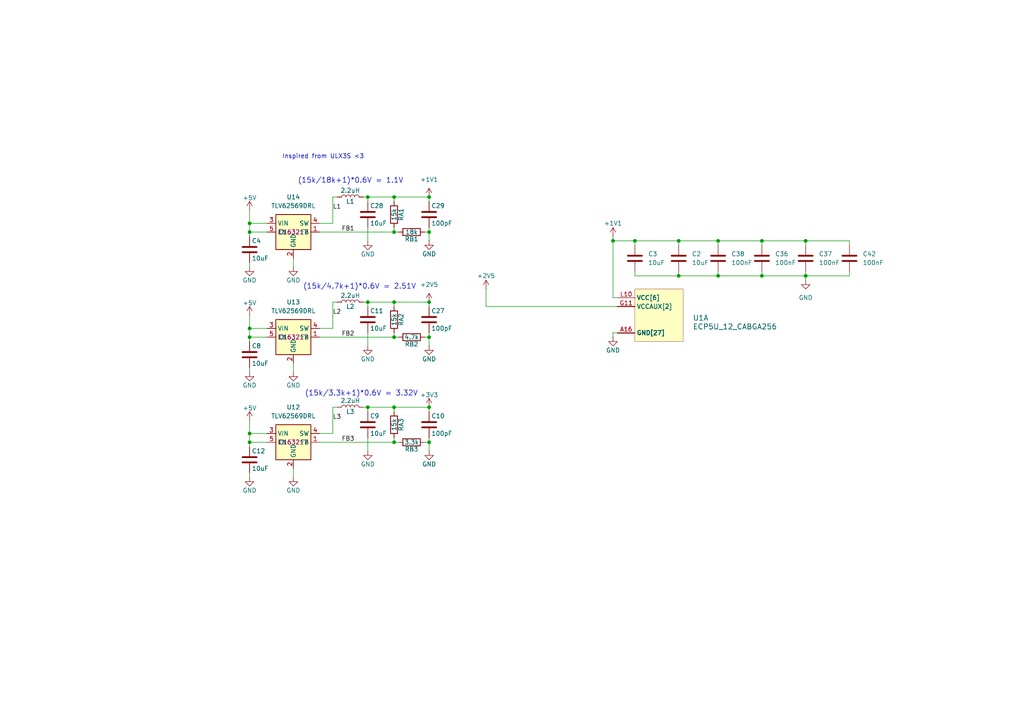
<source format=kicad_sch>
(kicad_sch (version 20250114) (generator "eeschema") (generator_version "9.0")
  (paper "A4")
  (lib_symbols
    (symbol "+1V1_1" (power) (pin_numbers (hide yes)) (pin_names (offset 0) (hide yes))
      (property "Value" "+1V1" (at 0 3.556 0))
      (symbol "+1V1_1_0_1"
        (polyline (pts (xy -0.762 1.27) (xy 0 2.54)))
        (polyline (pts (xy 0 2.54) (xy 0.762 1.27)))
        (polyline (pts (xy 0 0) (xy 0 2.54)))
      )
      (symbol "+1V1_1_1_1"
        (pin power_in line (at 0 0 90) (length 0) (name "~") (number "1"))
      )
    )
    (symbol "+2V5_1" (power) (pin_numbers (hide yes)) (pin_names (offset 0) (hide yes))
      (property "Value" "+2V5" (at 0 3.556 0))
      (symbol "+2V5_1_0_1"
        (polyline (pts (xy -0.762 1.27) (xy 0 2.54)))
        (polyline (pts (xy 0 2.54) (xy 0.762 1.27)))
        (polyline (pts (xy 0 0) (xy 0 2.54)))
      )
      (symbol "+2V5_1_1_1"
        (pin power_in line (at 0 0 90) (length 0) (name "~") (number "1"))
      )
    )
    (symbol "Device:C" (pin_numbers (hide yes)) (pin_names (offset 0.254))
      (property "Reference" "C" (at 0.635 2.54 0))
      (property "Value" "C" (at 0.635 -2.54 0))
      (symbol "C_0_1"
        (polyline (pts (xy -2.032 0.762) (xy 2.032 0.762)) (stroke (width 0.508)))
        (polyline (pts (xy -2.032 -0.762) (xy 2.032 -0.762)) (stroke (width 0.508)))
      )
      (symbol "C_1_1"
        (pin passive line (at 0 3.81 270) (length 2.794) (name "~") (number "1"))
        (pin passive line (at 0 -3.81 90) (length 2.794) (name "~") (number "2"))
      )
    )
    (symbol "Device:L" (pin_numbers (hide yes)) (pin_names (offset 1.016) (hide yes))
      (property "Reference" "L" (at -1.27 0 90))
      (property "Value" "L" (at 1.905 0 90))
      (symbol "L_0_1"
        (arc (start 0 2.54) (mid 0.6323 1.905) (end 0 1.27))
        (arc (start 0 1.27) (mid 0.6323 0.635) (end 0 0))
        (arc (start 0 0) (mid 0.6323 -0.635) (end 0 -1.27))
        (arc (start 0 -1.27) (mid 0.6323 -1.905) (end 0 -2.54))
      )
      (symbol "L_1_1"
        (pin passive line (at 0 3.81 270) (length 1.27) (name "1") (number "1"))
        (pin passive line (at 0 -3.81 90) (length 1.27) (name "2") (number "2"))
      )
    )
    (symbol "Device:R" (pin_numbers (hide yes)) (pin_names (offset 0))
      (property "Reference" "R" (at 2.032 0 90))
      (property "Value" "R" (at 0 0 90))
      (symbol "R_0_1"
        (rectangle (start -1.016 -2.54) (end 1.016 2.54) (stroke (width 0.254)))
      )
      (symbol "R_1_1"
        (pin passive line (at 0 3.81 270) (length 1.27) (name "~") (number "1"))
        (pin passive line (at 0 -3.81 90) (length 1.27) (name "~") (number "2"))
      )
    )
    (symbol "Regulator_Switching:TLV62569DRL"
      (property "Reference" "U" (at -5.08 6.35 0))
      (property "Value" "TLV62569DRL" (at 0 6.35 0))
      (symbol "TLV62569DRL_0_1"
        (rectangle (start -5.08 5.08) (end 5.08 -5.08) (stroke (width 0.254)) (fill (type background)))
      )
      (symbol "TLV62569DRL_1_1"
        (pin power_in line (at -7.62 2.54 0) (length 2.54) (name "VIN") (number "3"))
        (pin input line (at -7.62 0 0) (length 2.54) (name "EN") (number "5"))
        (pin power_in line (at 0 -7.62 90) (length 2.54) (name "GND") (number "2"))
        (pin no_connect line (at 5.08 -2.54 180) (length 2.54) (hide yes) (name "NC") (number "6"))
        (pin power_out line (at 7.62 2.54 180) (length 2.54) (name "SW") (number "4"))
        (pin input line (at 7.62 0 180) (length 2.54) (name "FB") (number "1"))
      )
    )
    (symbol "josh-ic:ECP5U_12_CABGA256"
      (property "Reference" "U1" (at 22.86 -2.5399 0))
      (property "Value" "ECP5U_12_CABGA256" (at 22.86 -5.0799 0))
      (symbol "ECP5U_12_CABGA256_1_1"
        (rectangle (start -7.62 7.62) (end 6.35 -7.62) (stroke (width 0.001)) (fill (type background)))
        (pin power_in line (at -12.7 5.08 0) (length 5.08) (name "VCC[6]") (number "G6"))
        (pin power_in line (at -12.7 5.08 0) (length 5.08) (name "VCC[6]") (number "G7"))
        (pin power_in line (at -12.7 5.08 0) (length 5.08) (name "VCC[6]") (number "G9"))
        (pin power_in line (at -12.7 5.08 0) (length 5.08) (name "VCC[6]") (number "L10"))
        (pin power_in line (at -12.7 5.08 0) (length 5.08) (name "VCC[6]") (number "L8"))
        (pin power_in line (at -12.7 5.08 0) (length 5.08) (name "VCC[6]") (number "L9"))
        (pin power_in line (at -12.7 2.54 0) (length 5.08) (name "VCCAUX[2]") (number "G11"))
        (pin power_in line (at -12.7 2.54 0) (length 5.08) (name "VCCAUX[2]") (number "L7"))
        (pin power_in line (at -12.7 -5.08 0) (length 5.08) (name "GND[27]") (number "A1"))
        (pin power_in line (at -12.7 -5.08 0) (length 5.08) (name "GND[27]") (number "A16"))
        (pin power_in line (at -12.7 -5.08 0) (length 5.08) (name "GND[27]") (number "D15"))
        (pin power_in line (at -12.7 -5.08 0) (length 5.08) (name "GND[27]") (number "D2"))
        (pin power_in line (at -12.7 -5.08 0) (length 5.08) (name "GND[27]") (number "F8"))
        (pin power_in line (at -12.7 -5.08 0) (length 5.08) (name "GND[27]") (number "F9"))
        (pin power_in line (at -12.7 -5.08 0) (length 5.08) (name "GND[27]") (number "G10"))
        (pin power_in line (at -12.7 -5.08 0) (length 5.08) (name "GND[27]") (number "G8"))
        (pin power_in line (at -12.7 -5.08 0) (length 5.08) (name "GND[27]") (number "H1"))
        (pin power_in line (at -12.7 -5.08 0) (length 5.08) (name "GND[27]") (number "H10"))
        (pin power_in line (at -12.7 -5.08 0) (length 5.08) (name "GND[27]") (number "H16"))
        (pin power_in line (at -12.7 -5.08 0) (length 5.08) (name "GND[27]") (number "H8"))
        (pin power_in line (at -12.7 -5.08 0) (length 5.08) (name "GND[27]") (number "H9"))
        (pin power_in line (at -12.7 -5.08 0) (length 5.08) (name "GND[27]") (number "J10"))
        (pin power_in line (at -12.7 -5.08 0) (length 5.08) (name "GND[27]") (number "J8"))
        (pin power_in line (at -12.7 -5.08 0) (length 5.08) (name "GND[27]") (number "J9"))
        (pin power_in line (at -12.7 -5.08 0) (length 5.08) (name "GND[27]") (number "K10"))
        (pin power_in line (at -12.7 -5.08 0) (length 5.08) (name "GND[27]") (number "K6"))
        (pin power_in line (at -12.7 -5.08 0) (length 5.08) (name "GND[27]") (number "K7"))
        (pin power_in line (at -12.7 -5.08 0) (length 5.08) (name "GND[27]") (number "K8"))
        (pin power_in line (at -12.7 -5.08 0) (length 5.08) (name "GND[27]") (number "K9"))
        (pin power_in line (at -12.7 -5.08 0) (length 5.08) (name "GND[27]") (number "N15"))
        (pin power_in line (at -12.7 -5.08 0) (length 5.08) (name "GND[27]") (number "N2"))
        (pin power_in line (at -12.7 -5.08 0) (length 5.08) (name "GND[27]") (number "T1"))
        (pin power_in line (at -12.7 -5.08 0) (length 5.08) (name "GND[27]") (number "T12"))
        (pin power_in line (at -12.7 -5.08 0) (length 5.08) (name "GND[27]") (number "T16"))
        (pin power_in line (at -12.7 -5.08 0) (length 5.08) (name "GND[27]") (number "T5"))
      )
      (symbol "ECP5U_12_CABGA256_2_1"
        (rectangle (start -16.51 40.64) (end 8.89 -27.94) (stroke (width 0.305)) (fill (type background)))
        (pin power_in line (at -21.59 38.1 0) (length 5.08) (name "VCCIO0[2]") (number "F6"))
        (pin power_in line (at -21.59 38.1 0) (length 5.08) (name "VCCIO0[2]") (number "F7"))
        (pin bidirectional line (at -21.59 33.02 0) (length 5.08) (name "PT4A/+") (number "A2"))
        (pin bidirectional line (at -21.59 30.48 0) (length 5.08) (name "PT4B/-") (number "B3"))
        (pin bidirectional line (at -21.59 27.94 0) (length 5.08) (name "PT6A/+") (number "A3"))
        (pin bidirectional line (at -21.59 25.4 0) (length 5.08) (name "PT6B/-") (number "A4"))
        (pin bidirectional line (at -21.59 22.86 0) (length 5.08) (name "PT9A/+") (number "E4"))
        (pin bidirectional line (at -21.59 20.32 0) (length 5.08) (name "PT9B/-") (number "D4"))
        (pin bidirectional line (at -21.59 17.78 0) (length 5.08) (name "PT11A/+") (number "C4"))
        (pin bidirectional line (at -21.59 15.24 0) (length 5.08) (name "PT11B/-") (number "B4"))
        (pin bidirectional line (at -21.59 12.7 0) (length 5.08) (name "PT13A/+") (number "E5"))
        (pin bidirectional line (at -21.59 10.16 0) (length 5.08) (name "PT13B/-") (number "D5"))
        (pin bidirectional line (at -21.59 7.62 0) (length 5.08) (name "PT15A/+") (number "C5"))
        (pin bidirectional line (at -21.59 5.08 0) (length 5.08) (name "PT15B/-") (number "B5"))
        (pin bidirectional line (at -21.59 2.54 0) (length 5.08) (name "PT18A/+") (number "A5"))
        (pin bidirectional line (at -21.59 0 0) (length 5.08) (name "PT18B/-") (number "A6"))
        (pin bidirectional line (at -21.59 -2.54 0) (length 5.08) (name "PT20A/+") (number "E6"))
        (pin bidirectional line (at -21.59 -5.08 0) (length 5.08) (name "PT20B/-") (number "D6"))
        (pin bidirectional line (at -21.59 -7.62 0) (length 5.08) (name "PT22A/+") (number "C6"))
        (pin bidirectional line (at -21.59 -10.16 0) (length 5.08) (name "PT22B/-") (number "B6"))
        (pin bidirectional line (at -21.59 -12.7 0) (length 5.08) (name "PT24A/+/GR_PCLK0_1") (number "E7"))
        (pin bidirectional line (at -21.59 -15.24 0) (length 5.08) (name "PT24B/-/GR_PCLK0_0") (number "D7"))
        (pin bidirectional line (at -21.59 -17.78 0) (length 5.08) (name "PT27A/+/PCLKT0_1") (number "C7"))
        (pin bidirectional line (at -21.59 -20.32 0) (length 5.08) (name "PT27B/-/PCLKC0_1") (number "B7"))
        (pin bidirectional line (at -21.59 -22.86 0) (length 5.08) (name "PT29A/+/PCLKT0_0") (number "A7"))
        (pin bidirectional line (at -21.59 -25.4 0) (length 5.08) (name "PT29B/-/PCLKC0_0") (number "A8"))
      )
      (symbol "ECP5U_12_CABGA256_3_1"
        (rectangle (start -16.51 40.64) (end 8.89 -48.26) (stroke (width 0.305)) (fill (type background)))
        (pin power_in line (at -21.59 38.1 0) (length 5.08) (name "VCCIO1[2]") (number "F10"))
        (pin power_in line (at -21.59 38.1 0) (length 5.08) (name "VCCIO1[2]") (number "F11"))
        (pin bidirectional line (at -21.59 33.02 0) (length 5.08) (name "PT33A/+/PCLKT1_1") (number "E8"))
        (pin bidirectional line (at -21.59 30.48 0) (length 5.08) (name "PT33B/-/PCLKC1_1") (number "D8"))
        (pin bidirectional line (at -21.59 27.94 0) (length 5.08) (name "PT35A/+/PCLKT1_0") (number "C8"))
        (pin bidirectional line (at -21.59 25.4 0) (length 5.08) (name "PT35B/-/PCLKC1_0") (number "B8"))
        (pin bidirectional line (at -21.59 22.86 0) (length 5.08) (name "PT38A/+/GR_PCLK1_0") (number "B9"))
        (pin bidirectional line (at -21.59 20.32 0) (length 5.08) (name "PT38B/-/GR_PCLK1_1") (number "C9"))
        (pin bidirectional line (at -21.59 17.78 0) (length 5.08) (name "PT40A/+") (number "D9"))
        (pin bidirectional line (at -21.59 15.24 0) (length 5.08) (name "PT40B/-") (number "E9"))
        (pin bidirectional line (at -21.59 12.7 0) (length 5.08) (name "PT42A/+") (number "A9"))
        (pin bidirectional line (at -21.59 10.16 0) (length 5.08) (name "PT42B/-") (number "A10"))
        (pin bidirectional line (at -21.59 7.62 0) (length 5.08) (name "PT44A/+") (number "B10"))
        (pin bidirectional line (at -21.59 5.08 0) (length 5.08) (name "PT44B/-") (number "C10"))
        (pin bidirectional line (at -21.59 2.54 0) (length 5.08) (name "PT47A/+") (number "D10"))
        (pin bidirectional line (at -21.59 0 0) (length 5.08) (name "PT47B/-") (number "E10"))
        (pin bidirectional line (at -21.59 -2.54 0) (length 5.08) (name "PT49A/+") (number "B11"))
        (pin bidirectional line (at -21.59 -5.08 0) (length 5.08) (name "PT49B/-") (number "C11"))
        (pin bidirectional line (at -21.59 -7.62 0) (length 5.08) (name "PT51A/+") (number "D11"))
        (pin bidirectional line (at -21.59 -10.16 0) (length 5.08) (name "PT51B/-") (number "E11"))
        (pin bidirectional line (at -21.59 -12.7 0) (length 5.08) (name "PT53A/+") (number "A11"))
        (pin bidirectional line (at -21.59 -15.24 0) (length 5.08) (name "PT53B/-") (number "A12"))
        (pin bidirectional line (at -21.59 -17.78 0) (length 5.08) (name "PT56A/+") (number "B12"))
        (pin bidirectional line (at -21.59 -20.32 0) (length 5.08) (name "PT56B/-") (number "C12"))
        (pin bidirectional line (at -21.59 -22.86 0) (length 5.08) (name "PT58A/+") (number "D12"))
        (pin bidirectional line (at -21.59 -25.4 0) (length 5.08) (name "PT58B/-") (number "E12"))
        (pin bidirectional line (at -21.59 -27.94 0) (length 5.08) (name "PT60A/+") (number "B13"))
        (pin bidirectional line (at -21.59 -30.48 0) (length 5.08) (name "PT60B/-") (number "C13"))
        (pin bidirectional line (at -21.59 -33.02 0) (length 5.08) (name "PT62A/+") (number "D13"))
        (pin bidirectional line (at -21.59 -35.56 0) (length 5.08) (name "PT62B/-") (number "E13"))
        (pin bidirectional line (at -21.59 -38.1 0) (length 5.08) (name "PT65A/+") (number "A13"))
        (pin bidirectional line (at -21.59 -40.64 0) (length 5.08) (name "PT65B/-") (number "A14"))
        (pin bidirectional line (at -21.59 -43.18 0) (length 5.08) (name "PT67A/+") (number "B14"))
        (pin bidirectional line (at -21.59 -45.72 0) (length 5.08) (name "PT67B/-") (number "A15"))
      )
      (symbol "ECP5U_12_CABGA256_4_1"
        (rectangle (start -16.51 40.64) (end 21.59 -48.26) (stroke (width 0.305)) (fill (type background)))
        (pin power_in line (at -21.59 38.1 0) (length 5.08) (name "VCCIO2[2]") (number "H11"))
        (pin power_in line (at -21.59 38.1 0) (length 5.08) (name "VCCIO2[2]") (number "J11"))
        (pin bidirectional line (at -21.59 33.02 0) (length 5.08) (name "PR2A/+/HS/RDQ8") (number "B16"))
        (pin bidirectional line (at -21.59 30.48 0) (length 5.08) (name "PR2B/-/S0_IN/HS/RDQ8") (number "B15"))
        (pin bidirectional line (at -21.59 27.94 0) (length 5.08) (name "PR2C/+/RDQ8") (number "C14"))
        (pin bidirectional line (at -21.59 25.4 0) (length 5.08) (name "PR2D/-/RDQ8") (number "D14"))
        (pin bidirectional line (at -21.59 22.86 0) (length 5.08) (name "PR5A/+/HS/RDQ8") (number "C16"))
        (pin bidirectional line (at -21.59 20.32 0) (length 5.08) (name "PR5B/-/HS/RDQ8") (number "C15"))
        (pin bidirectional line (at -21.59 17.78 0) (length 5.08) (name "PR5C/+/RDQ8") (number "E14"))
        (pin bidirectional line (at -21.59 15.24 0) (length 5.08) (name "PR5D/-/RDQ8") (number "F14"))
        (pin bidirectional line (at -21.59 12.7 0) (length 5.08) (name "PR8A/+/HS/RDQS8") (number "D16"))
        (pin bidirectional line (at -21.59 10.16 0) (length 5.08) (name "PR8B/-/HS/RDQSN8") (number "E15"))
        (pin bidirectional line (at -21.59 7.62 0) (length 5.08) (name "PR8C/+/RDQ8") (number "F13"))
        (pin bidirectional line (at -21.59 5.08 0) (length 5.08) (name "PR8D/-/RDQ8") (number "F12"))
        (pin bidirectional line (at -21.59 2.54 0) (length 5.08) (name "PR11A/+/HS/RDQ8") (number "G12"))
        (pin bidirectional line (at -21.59 0 0) (length 5.08) (name "PR11B/-/HS/RDQ8") (number "G13"))
        (pin bidirectional line (at -21.59 -2.54 0) (length 5.08) (name "PR11C/+/RDQ8") (number "F15"))
        (pin bidirectional line (at -21.59 -5.08 0) (length 5.08) (name "PR11D/-/RDQ8") (number "E16"))
        (pin bidirectional line (at -21.59 -7.62 0) (length 5.08) (name "PR14A/+/HS/RDQ20") (number "F16"))
        (pin bidirectional line (at -21.59 -10.16 0) (length 5.08) (name "PR14B/-/HS/RDQ20") (number "G15"))
        (pin bidirectional line (at -21.59 -12.7 0) (length 5.08) (name "PR14C/+/VREF1_2/RDQ20") (number "G14"))
        (pin bidirectional line (at -21.59 -15.24 0) (length 5.08) (name "PR14D/-/RDQ20") (number "H14"))
        (pin bidirectional line (at -21.59 -17.78 0) (length 5.08) (name "PR17A/+/HS/RDQ20") (number "H12"))
        (pin bidirectional line (at -21.59 -20.32 0) (length 5.08) (name "PR17B/-/HS/RDQ20") (number "H13"))
        (pin bidirectional line (at -21.59 -22.86 0) (length 5.08) (name "PR17C/+/RDQ20") (number "J13"))
        (pin bidirectional line (at -21.59 -25.4 0) (length 5.08) (name "PR17D/-/RDQ20") (number "J12"))
        (pin bidirectional line (at -21.59 -27.94 0) (length 5.08) (name "PR20A/+/GR_PCLK2_1/HS/RDQS20") (number "G16"))
        (pin bidirectional line (at -21.59 -30.48 0) (length 5.08) (name "PR20B/-/HS/RDQSN20") (number "H15"))
        (pin bidirectional line (at -21.59 -33.02 0) (length 5.08) (name "PR20C/+/GR_PCLK2_0/RDQ20") (number "J14"))
        (pin bidirectional line (at -21.59 -35.56 0) (length 5.08) (name "PR20D/-/RDQ20") (number "K14"))
        (pin bidirectional line (at -21.59 -38.1 0) (length 5.08) (name "PR23A/+/PCLKT2_1/HS/RDQ20") (number "J16"))
        (pin bidirectional line (at -21.59 -40.64 0) (length 5.08) (name "PR23B/-/PCLKC2_1/HS/RDQ20") (number "J15"))
        (pin bidirectional line (at -21.59 -43.18 0) (length 5.08) (name "PR23C/+/PCLKT2_0/RDQ20") (number "K16"))
        (pin bidirectional line (at -21.59 -45.72 0) (length 5.08) (name "PR23D/-/PCLKC2_0/RDQ20") (number "K15"))
      )
      (symbol "ECP5U_12_CABGA256_5_1"
        (rectangle (start -16.51 40.64) (end 19.05 -48.26) (stroke (width 0.305)) (fill (type background)))
        (pin power_in line (at -21.59 38.1 0) (length 5.08) (name "VCCIO3[2]") (number "K11"))
        (pin power_in line (at -21.59 38.1 0) (length 5.08) (name "VCCIO3[2]") (number "L11"))
        (pin bidirectional line (at -21.59 33.02 0) (length 5.08) (name "PR26A/+/PCLKT3_1/HS/RDQ32") (number "L16"))
        (pin bidirectional line (at -21.59 30.48 0) (length 5.08) (name "PR26B/-/PCLKC3_1/HS/RDQ32") (number "L15"))
        (pin bidirectional line (at -21.59 27.94 0) (length 5.08) (name "PR26C/+/PCLKT3_0/RDQ32") (number "M16"))
        (pin bidirectional line (at -21.59 25.4 0) (length 5.08) (name "PR26D/-/PCLKC3_0/RDQ32") (number "M15"))
        (pin bidirectional line (at -21.59 22.86 0) (length 5.08) (name "PR29A/+/GR_PCLK3_0/HS/RDQ32") (number "K13"))
        (pin bidirectional line (at -21.59 20.32 0) (length 5.08) (name "PR29B/-/HS/RDQ32") (number "K12"))
        (pin bidirectional line (at -21.59 17.78 0) (length 5.08) (name "PR29C/+/GR_PCLK3_1/RDQ32") (number "L13"))
        (pin bidirectional line (at -21.59 15.24 0) (length 5.08) (name "PR29D/-/RDQ32") (number "L12"))
        (pin bidirectional line (at -21.59 12.7 0) (length 5.08) (name "PR32A/+/HS/RDQS32") (number "N16"))
        (pin bidirectional line (at -21.59 10.16 0) (length 5.08) (name "PR32B/-/HS/RDQSN32") (number "P15"))
        (pin bidirectional line (at -21.59 7.62 0) (length 5.08) (name "PR32C/+/RDQ32") (number "L14"))
        (pin bidirectional line (at -21.59 5.08 0) (length 5.08) (name "PR32D/-/RDQ32") (number "M14"))
        (pin bidirectional line (at -21.59 2.54 0) (length 5.08) (name "PR35A/+/HS/RDQ32") (number "P16"))
        (pin bidirectional line (at -21.59 0 0) (length 5.08) (name "PR35B/-/VREF1_3/HS/RDQ32") (number "R16"))
        (pin bidirectional line (at -21.59 -2.54 0) (length 5.08) (name "PR35C/+/RDQ32") (number "M13"))
        (pin bidirectional line (at -21.59 -5.08 0) (length 5.08) (name "PR35D/-/RDQ32") (number "N14"))
        (pin bidirectional line (at -21.59 -7.62 0) (length 5.08) (name "PR38A/+/HS/RDQ44") (number "N13"))
        (pin bidirectional line (at -21.59 -10.16 0) (length 5.08) (name "PR38B/-/HS/RDQ44") (number "P14"))
        (pin bidirectional line (at -21.59 -12.7 0) (length 5.08) (name "PR38C/+/RDQ44") (number "R15"))
        (pin bidirectional line (at -21.59 -15.24 0) (length 5.08) (name "PR38D/-/RDQ44") (number "T15"))
        (pin bidirectional line (at -21.59 -17.78 0) (length 5.08) (name "PR41A/+/HS/RDQ44") (number "P13"))
        (pin bidirectional line (at -21.59 -20.32 0) (length 5.08) (name "PR41B/-/HS/RDQ44") (number "R14"))
        (pin bidirectional line (at -21.59 -22.86 0) (length 5.08) (name "PR41C/+/RDQ44") (number "R13"))
        (pin bidirectional line (at -21.59 -25.4 0) (length 5.08) (name "PR41D/-/RDQ44") (number "T14"))
        (pin bidirectional line (at -21.59 -27.94 0) (length 5.08) (name "PR44A/+/HS/RDQS44") (number "R12"))
        (pin bidirectional line (at -21.59 -30.48 0) (length 5.08) (name "PR44B/-/HS/RDQSN44") (number "T13"))
        (pin bidirectional line (at -21.59 -33.02 0) (length 5.08) (name "PR44C/+/RDQ44") (number "M12"))
        (pin bidirectional line (at -21.59 -35.56 0) (length 5.08) (name "PR44D/-/RDQ44") (number "N12"))
        (pin bidirectional line (at -21.59 -38.1 0) (length 5.08) (name "PR47A/+/HS/RDQ44") (number "M11"))
        (pin bidirectional line (at -21.59 -40.64 0) (length 5.08) (name "PR47B/-/HS/RDQ44") (number "N11"))
        (pin bidirectional line (at -21.59 -43.18 0) (length 5.08) (name "PR47C/+/LRC_GPLL0T_IN/RDQ44") (number "P11"))
        (pin bidirectional line (at -21.59 -45.72 0) (length 5.08) (name "PR47D/-/LRC_GPLL0C_IN/RDQ44") (number "P12"))
      )
      (symbol "ECP5U_12_CABGA256_6_1"
        (rectangle (start -16.51 40.64) (end 19.05 -48.26) (stroke (width 0.305)) (fill (type background)))
        (pin power_in line (at -21.59 38.1 0) (length 5.08) (name "VCCIO6[2]") (number "J6"))
        (pin power_in line (at -21.59 38.1 0) (length 5.08) (name "VCCIO6[2]") (number "J7"))
        (pin bidirectional line (at -21.59 33.02 0) (length 5.08) (name "PL26A/+/PCLKT6_1/HS/LDQ32") (number "L1"))
        (pin bidirectional line (at -21.59 30.48 0) (length 5.08) (name "PL26B/-/PCLKC6_1/HS/LDQ32") (number "L2"))
        (pin bidirectional line (at -21.59 27.94 0) (length 5.08) (name "PL26C/+/PCLKT6_0/LDQ32") (number "M1"))
        (pin bidirectional line (at -21.59 25.4 0) (length 5.08) (name "PL26D/-/PCLKC6_0/LDQ32") (number "M2"))
        (pin bidirectional line (at -21.59 22.86 0) (length 5.08) (name "PL29A/+/GR_PCLK6_0/HS/LDQ32") (number "K4"))
        (pin bidirectional line (at -21.59 20.32 0) (length 5.08) (name "PL29B/-/HS/LDQ32") (number "K5"))
        (pin bidirectional line (at -21.59 17.78 0) (length 5.08) (name "PL29C/+/GR_PCLK6_1/LDQ32") (number "L4"))
        (pin bidirectional line (at -21.59 15.24 0) (length 5.08) (name "PL29D/-/LDQ32") (number "L5"))
        (pin bidirectional line (at -21.59 12.7 0) (length 5.08) (name "PL32A/+/HS/LDQS32") (number "N1"))
        (pin bidirectional line (at -21.59 10.16 0) (length 5.08) (name "PL32B/-/HS/LDQSN32") (number "P2"))
        (pin bidirectional line (at -21.59 7.62 0) (length 5.08) (name "PL32C/+/LDQ32") (number "L3"))
        (pin bidirectional line (at -21.59 5.08 0) (length 5.08) (name "PL32D/-/LDQ32") (number "M3"))
        (pin bidirectional line (at -21.59 2.54 0) (length 5.08) (name "PL35A/+/HS/LDQ32") (number "P1"))
        (pin bidirectional line (at -21.59 0 0) (length 5.08) (name "PL35B/-/VREF1_6/HS/LDQ32") (number "R1"))
        (pin bidirectional line (at -21.59 -2.54 0) (length 5.08) (name "PL35C/+/LDQ32") (number "M4"))
        (pin bidirectional line (at -21.59 -5.08 0) (length 5.08) (name "PL35D/-/LDQ32") (number "N3"))
        (pin bidirectional line (at -21.59 -7.62 0) (length 5.08) (name "PL38A/+/HS/LDQ44") (number "N4"))
        (pin bidirectional line (at -21.59 -10.16 0) (length 5.08) (name "PL38B/-/HS/LDQ44") (number "P3"))
        (pin bidirectional line (at -21.59 -12.7 0) (length 5.08) (name "PL38C/+/LDQ44") (number "R2"))
        (pin bidirectional line (at -21.59 -15.24 0) (length 5.08) (name "PL38D/-/LDQ44") (number "T2"))
        (pin bidirectional line (at -21.59 -17.78 0) (length 5.08) (name "PL41A/+/HS/LDQ44") (number "P4"))
        (pin bidirectional line (at -21.59 -20.32 0) (length 5.08) (name "PL41B/-/HS/LDQ44") (number "R3"))
        (pin bidirectional line (at -21.59 -22.86 0) (length 5.08) (name "PL41C/+/LDQ44") (number "R4"))
        (pin bidirectional line (at -21.59 -25.4 0) (length 5.08) (name "PL41D/-/LDQ44") (number "T3"))
        (pin bidirectional line (at -21.59 -27.94 0) (length 5.08) (name "PL44A/+/HS/LDQS44") (number "R5"))
        (pin bidirectional line (at -21.59 -30.48 0) (length 5.08) (name "PL44B/-/HS/LDQSN44") (number "T4"))
        (pin bidirectional line (at -21.59 -33.02 0) (length 5.08) (name "PL44C/+/LDQ44") (number "M5"))
        (pin bidirectional line (at -21.59 -35.56 0) (length 5.08) (name "PL44D/-/LDQ44") (number "N5"))
        (pin bidirectional line (at -21.59 -38.1 0) (length 5.08) (name "PL47A/+/HS/LDQ44") (number "M6"))
        (pin bidirectional line (at -21.59 -40.64 0) (length 5.08) (name "PL47B/-/HS/LDQ44") (number "N6"))
        (pin bidirectional line (at -21.59 -43.18 0) (length 5.08) (name "PL47C/+/LLC_GPLL0T_IN/LDQ44") (number "P6"))
        (pin bidirectional line (at -21.59 -45.72 0) (length 5.08) (name "PL47D/-/LLC_GPLL0C_IN/LDQ44") (number "P5"))
      )
      (symbol "ECP5U_12_CABGA256_7_1"
        (rectangle (start -16.51 40.64) (end 20.32 -46.99) (stroke (width 0.305)) (fill (type background)))
        (pin power_in line (at -21.59 38.1 0) (length 5.08) (name "VCCIO7[2]") (number "H6"))
        (pin power_in line (at -21.59 38.1 0) (length 5.08) (name "VCCIO7[2]") (number "H7"))
        (pin bidirectional line (at -21.59 34.29 0) (length 5.08) (name "PL2A/+/HS/LDQ8") (number "B1"))
        (pin bidirectional line (at -21.59 31.75 0) (length 5.08) (name "PL2B/-/HS/LDQ8") (number "B2"))
        (pin bidirectional line (at -21.59 29.21 0) (length 5.08) (name "PL2C/+/LDQ8") (number "C3"))
        (pin bidirectional line (at -21.59 26.67 0) (length 5.08) (name "PL2D/-/LDQ8") (number "D3"))
        (pin bidirectional line (at -21.59 24.13 0) (length 5.08) (name "PL5A/+/HS/LDQ8") (number "C1"))
        (pin bidirectional line (at -21.59 21.59 0) (length 5.08) (name "PL5B/-/HS/LDQ8") (number "C2"))
        (pin bidirectional line (at -21.59 19.05 0) (length 5.08) (name "PL5C/+/LDQ8") (number "E3"))
        (pin bidirectional line (at -21.59 16.51 0) (length 5.08) (name "PL5D/-/LDQ8") (number "F3"))
        (pin bidirectional line (at -21.59 13.97 0) (length 5.08) (name "PL8A/+/HS/LDQS8") (number "D1"))
        (pin bidirectional line (at -21.59 11.43 0) (length 5.08) (name "PL8B/-/HS/LDQSN8") (number "E2"))
        (pin bidirectional line (at -21.59 8.89 0) (length 5.08) (name "PL8C/+/LDQ8") (number "F4"))
        (pin bidirectional line (at -21.59 6.35 0) (length 5.08) (name "PL8D/-/LDQ8") (number "F5"))
        (pin bidirectional line (at -21.59 3.81 0) (length 5.08) (name "PL11A/+/HS/LDQ8") (number "G5"))
        (pin bidirectional line (at -21.59 1.27 0) (length 5.08) (name "PL11B/-/HS/LDQ8") (number "G4"))
        (pin bidirectional line (at -21.59 -1.27 0) (length 5.08) (name "PL11C/+/LDQ8") (number "F2"))
        (pin bidirectional line (at -21.59 -3.81 0) (length 5.08) (name "PL11D/-/LDQ8") (number "E1"))
        (pin bidirectional line (at -21.59 -6.35 0) (length 5.08) (name "PL14A/+/HS/LDQ20") (number "F1"))
        (pin bidirectional line (at -21.59 -8.89 0) (length 5.08) (name "PL14B/-/HS/LDQ20") (number "G2"))
        (pin bidirectional line (at -21.59 -11.43 0) (length 5.08) (name "PL14C/+/VREF1_7/LDQ20") (number "G3"))
        (pin bidirectional line (at -21.59 -13.97 0) (length 5.08) (name "PL14D/-/LDQ20") (number "H3"))
        (pin bidirectional line (at -21.59 -16.51 0) (length 5.08) (name "PL17A/+/HS/LDQ20") (number "H5"))
        (pin bidirectional line (at -21.59 -19.05 0) (length 5.08) (name "PL17B/-/HS/LDQ20") (number "H4"))
        (pin bidirectional line (at -21.59 -21.59 0) (length 5.08) (name "PL17C/+/LDQ20") (number "J4"))
        (pin bidirectional line (at -21.59 -24.13 0) (length 5.08) (name "PL17D/-/LDQ20") (number "J5"))
        (pin bidirectional line (at -21.59 -26.67 0) (length 5.08) (name "PL20A/+/GR_PCLK7_1/HS/LDQS20") (number "G1"))
        (pin bidirectional line (at -21.59 -29.21 0) (length 5.08) (name "PL20B/-/HS/LDQSN20") (number "H2"))
        (pin bidirectional line (at -21.59 -31.75 0) (length 5.08) (name "PL20C/+/GR_PCLK7_0/LDQ20") (number "J3"))
        (pin bidirectional line (at -21.59 -34.29 0) (length 5.08) (name "PL20D/-/LDQ20") (number "K3"))
        (pin bidirectional line (at -21.59 -36.83 0) (length 5.08) (name "PL23A/+/PCLKT7_1/HS/LDQ20") (number "J1"))
        (pin bidirectional line (at -21.59 -39.37 0) (length 5.08) (name "PL23B/-/PCLKC7_1/HS/LDQ20") (number "J2"))
        (pin bidirectional line (at -21.59 -41.91 0) (length 5.08) (name "PL23C/+/PCLKT7_0/LDQ20") (number "K1"))
        (pin bidirectional line (at -21.59 -44.45 0) (length 5.08) (name "PL23D/-/PCLKC7_0/LDQ20") (number "K2"))
      )
      (symbol "ECP5U_12_CABGA256_8_1"
        (rectangle (start -16.51 40.64) (end 25.4 -17.78) (stroke (width 0.305)) (fill (type background)))
        (pin power_in line (at -21.59 38.1 0) (length 5.08) (name "VCCIO8") (number "L6"))
        (pin bidirectional line (at -21.59 33.02 0) (length 5.08) (name "CCLK/MCLK/SCK") (number "N9"))
        (pin bidirectional line (at -21.59 30.48 0) (length 5.08) (name "CFG_0") (number "N10"))
        (pin bidirectional line (at -21.59 27.94 0) (length 5.08) (name "CFG_1") (number "P10"))
        (pin bidirectional line (at -21.59 25.4 0) (length 5.08) (name "CFG_2") (number "R10"))
        (pin bidirectional line (at -21.59 22.86 0) (length 5.08) (name "DONE") (number "P9"))
        (pin bidirectional line (at -21.59 20.32 0) (length 5.08) (name "INITN") (number "T9"))
        (pin bidirectional line (at -21.59 17.78 0) (length 5.08) (name "PB4A/+/D7/IO7") (number "T6"))
        (pin bidirectional line (at -21.59 15.24 0) (length 5.08) (name "PB4B/-/D6/IO6") (number "R6"))
        (pin bidirectional line (at -21.59 12.7 0) (length 5.08) (name "PB6A/+/D5/MISO2/IO5") (number "R7"))
        (pin bidirectional line (at -21.59 10.16 0) (length 5.08) (name "PB6B/-/D4/MOSI2/IO4") (number "P7"))
        (pin bidirectional line (at -21.59 7.62 0) (length 5.08) (name "PB9A/+/D3/IO3") (number "N7"))
        (pin bidirectional line (at -21.59 5.08 0) (length 5.08) (name "PB9B/-/D2/IO2") (number "M7"))
        (pin bidirectional line (at -21.59 2.54 0) (length 5.08) (name "PB11A/+/D1/MISO/IO1") (number "T7"))
        (pin bidirectional line (at -21.59 0 0) (length 5.08) (name "PB11B/-/D0/MOSI/IO0") (number "T8"))
        (pin bidirectional line (at -21.59 -2.54 0) (length 5.08) (name "PB13A/+/SN/CSN") (number "R8"))
        (pin bidirectional line (at -21.59 -5.08 0) (length 5.08) (name "PB13B/-/CS1N") (number "P8"))
        (pin bidirectional line (at -21.59 -7.62 0) (length 5.08) (name "PB15A/+/HOLDN/DI/BUSY/CSSPIN/CEN") (number "N8"))
        (pin bidirectional line (at -21.59 -10.16 0) (length 5.08) (name "PB15B/-/DOUT/CSON") (number "M8"))
        (pin bidirectional line (at -21.59 -12.7 0) (length 5.08) (name "PB18A/WRITEN") (number "M9"))
        (pin bidirectional line (at -21.59 -15.24 0) (length 5.08) (name "PROGRAMN") (number "R9"))
      )
      (symbol "ECP5U_12_CABGA256_9_1"
        (rectangle (start -2.54 6.35) (end 5.08 -6.35) (stroke (width 0.305)) (fill (type background)))
        (pin bidirectional line (at -7.62 3.81 0) (length 5.08) (name "TCK") (number "T10"))
        (pin bidirectional line (at -7.62 1.27 0) (length 5.08) (name "TDI") (number "R11"))
        (pin bidirectional line (at -7.62 -1.27 0) (length 5.08) (name "TDO") (number "M10"))
        (pin bidirectional line (at -7.62 -3.81 0) (length 5.08) (name "TMS") (number "T11"))
      )
    )
    (symbol "power:+1V1" (power) (pin_names (offset 0))
      (property "Value" "+1V1" (at 0 3.556 0))
      (symbol "+1V1_0_1"
        (polyline (pts (xy -0.762 1.27) (xy 0 2.54)))
        (polyline (pts (xy 0 2.54) (xy 0.762 1.27)))
        (polyline (pts (xy 0 0) (xy 0 2.54)))
      )
      (symbol "+1V1_1_1"
        (pin power_in line (at 0 0 90) (length 0) (hide yes) (name "+1V1") (number "1"))
      )
    )
    (symbol "power:+2V5" (power) (pin_names (offset 0))
      (property "Value" "+2V5" (at 0 3.556 0))
      (symbol "+2V5_0_1"
        (polyline (pts (xy -0.762 1.27) (xy 0 2.54)))
        (polyline (pts (xy 0 2.54) (xy 0.762 1.27)))
        (polyline (pts (xy 0 0) (xy 0 2.54)))
      )
      (symbol "+2V5_1_1"
        (pin power_in line (at 0 0 90) (length 0) (hide yes) (name "+2V5") (number "1"))
      )
    )
    (symbol "power:+3V3" (power) (pin_numbers (hide yes)) (pin_names (offset 0) (hide yes))
      (property "Value" "+3V3" (at 0 3.556 0))
      (symbol "+3V3_0_1"
        (polyline (pts (xy -0.762 1.27) (xy 0 2.54)))
        (polyline (pts (xy 0 2.54) (xy 0.762 1.27)))
        (polyline (pts (xy 0 0) (xy 0 2.54)))
      )
      (symbol "+3V3_1_1"
        (pin power_in line (at 0 0 90) (length 0) (name "~") (number "1"))
      )
    )
    (symbol "power:+5V" (power) (pin_numbers (hide yes)) (pin_names (offset 0) (hide yes))
      (property "Value" "+5V" (at 0 3.556 0))
      (symbol "+5V_0_1"
        (polyline (pts (xy -0.762 1.27) (xy 0 2.54)))
        (polyline (pts (xy 0 2.54) (xy 0.762 1.27)))
        (polyline (pts (xy 0 0) (xy 0 2.54)))
      )
      (symbol "+5V_1_1"
        (pin power_in line (at 0 0 90) (length 0) (name "~") (number "1"))
      )
    )
    (symbol "power:GND" (power) (pin_numbers (hide yes)) (pin_names (offset 0) (hide yes))
      (property "Value" "GND" (at 0 -3.81 0))
      (symbol "GND_0_1"
        (polyline (pts (xy 0 0) (xy 0 -1.27) (xy 1.27 -1.27) (xy 0 -2.54) (xy -1.27 -1.27) (xy 0 -1.27)))
      )
      (symbol "GND_1_1"
        (pin power_in line (at 0 0 270) (length 0) (name "~") (number "1"))
      )
    )
  )
  (text "(15k/18k+1)*0.6V = 1.1V\n" (at 86.36 53.34 0) (effects (font (size 1.524 1.524)) (justify left bottom)))
  (text "(15k/4.7k+1)*0.6V = 2.51V\n" (at 87.884 84.074 0) (effects (font (size 1.524 1.524)) (justify left bottom)))
  (text "(15k/3.3k+1)*0.6V = 3.32V\n" (at 88.392 115.062 0) (effects (font (size 1.524 1.524)) (justify left bottom)))
  (text "Inspired from ULX3S <3" (at 93.726 45.466 0) (effects (font (size 1.27 1.27))))
  (junction (at 106.68 87.63))
  (junction (at 208.28 80.01))
  (junction (at 72.39 95.25))
  (junction (at 177.8 69.85))
  (junction (at 114.3 97.79))
  (junction (at 220.98 69.85))
  (junction (at 106.68 118.11))
  (junction (at 233.68 80.01))
  (junction (at 72.39 128.27))
  (junction (at 233.68 69.85))
  (junction (at 72.39 64.77))
  (junction (at 72.39 97.79))
  (junction (at 124.46 128.27))
  (junction (at 208.28 69.85))
  (junction (at 124.46 118.11))
  (junction (at 124.46 97.79))
  (junction (at 196.85 80.01))
  (junction (at 114.3 128.27))
  (junction (at 220.98 80.01))
  (junction (at 124.46 57.15))
  (junction (at 114.3 67.31))
  (junction (at 124.46 67.31))
  (junction (at 114.3 57.15))
  (junction (at 184.15 69.85))
  (junction (at 114.3 118.11))
  (junction (at 72.39 67.31))
  (junction (at 72.39 125.73))
  (junction (at 124.46 87.63))
  (junction (at 196.85 69.85))
  (junction (at 114.3 87.63))
  (junction (at 106.68 57.15))
  (wire (pts (xy 220.98 80.01) (xy 220.98 78.74)))
  (wire (pts (xy 96.52 118.11) (xy 96.52 125.73)))
  (wire (pts (xy 96.52 87.63) (xy 97.79 87.63)))
  (wire (pts (xy 106.68 88.9) (xy 106.68 87.63)))
  (wire (pts (xy 106.68 96.52) (xy 106.68 100.33)))
  (wire (pts (xy 233.68 69.85) (xy 246.38 69.85)))
  (wire (pts (xy 177.8 86.36) (xy 179.07 86.36)))
  (wire (pts (xy 92.71 128.27) (xy 114.3 128.27)))
  (wire (pts (xy 233.68 80.01) (xy 246.38 80.01)))
  (wire (pts (xy 124.46 57.15) (xy 124.46 58.42)))
  (wire (pts (xy 124.46 97.79) (xy 124.46 100.33)))
  (wire (pts (xy 208.28 78.74) (xy 208.28 80.01)))
  (wire (pts (xy 106.68 119.38) (xy 106.68 118.11)))
  (wire (pts (xy 72.39 95.25) (xy 72.39 97.79)))
  (wire (pts (xy 72.39 137.16) (xy 72.39 138.43)))
  (wire (pts (xy 124.46 87.63) (xy 124.46 88.9)))
  (wire (pts (xy 196.85 80.01) (xy 184.15 80.01)))
  (wire (pts (xy 140.97 88.9) (xy 179.07 88.9)))
  (wire (pts (xy 106.68 58.42) (xy 106.68 57.15)))
  (wire (pts (xy 72.39 67.31) (xy 77.47 67.31)))
  (wire (pts (xy 140.97 83.82) (xy 140.97 88.9)))
  (wire (pts (xy 96.52 118.11) (xy 97.79 118.11)))
  (wire (pts (xy 72.39 125.73) (xy 72.39 128.27)))
  (wire (pts (xy 85.09 105.41) (xy 85.09 107.95)))
  (wire (pts (xy 105.41 118.11) (xy 106.68 118.11)))
  (wire (pts (xy 105.41 57.15) (xy 106.68 57.15)))
  (wire (pts (xy 114.3 67.31) (xy 115.57 67.31)))
  (wire (pts (xy 72.39 91.44) (xy 72.39 95.25)))
  (wire (pts (xy 220.98 71.12) (xy 220.98 69.85)))
  (wire (pts (xy 233.68 80.01) (xy 233.68 78.74)))
  (wire (pts (xy 114.3 118.11) (xy 124.46 118.11)))
  (wire (pts (xy 114.3 128.27) (xy 114.3 127)))
  (wire (pts (xy 124.46 118.11) (xy 124.46 119.38)))
  (wire (pts (xy 72.39 67.31) (xy 72.39 68.58)))
  (wire (pts (xy 123.19 67.31) (xy 124.46 67.31)))
  (wire (pts (xy 123.19 97.79) (xy 124.46 97.79)))
  (wire (pts (xy 208.28 69.85) (xy 208.28 71.12)))
  (wire (pts (xy 96.52 57.15) (xy 97.79 57.15)))
  (wire (pts (xy 106.68 118.11) (xy 114.3 118.11)))
  (wire (pts (xy 220.98 80.01) (xy 233.68 80.01)))
  (wire (pts (xy 114.3 97.79) (xy 114.3 96.52)))
  (wire (pts (xy 72.39 97.79) (xy 77.47 97.79)))
  (wire (pts (xy 208.28 80.01) (xy 196.85 80.01)))
  (wire (pts (xy 124.46 66.04) (xy 124.46 67.31)))
  (wire (pts (xy 184.15 80.01) (xy 184.15 78.74)))
  (wire (pts (xy 184.15 71.12) (xy 184.15 69.85)))
  (wire (pts (xy 85.09 74.93) (xy 85.09 77.47)))
  (wire (pts (xy 114.3 57.15) (xy 124.46 57.15)))
  (wire (pts (xy 106.68 57.15) (xy 114.3 57.15)))
  (wire (pts (xy 208.28 80.01) (xy 220.98 80.01)))
  (wire (pts (xy 196.85 80.01) (xy 196.85 78.74)))
  (wire (pts (xy 72.39 128.27) (xy 77.47 128.27)))
  (wire (pts (xy 72.39 76.2) (xy 72.39 77.47)))
  (wire (pts (xy 92.71 67.31) (xy 114.3 67.31)))
  (wire (pts (xy 114.3 87.63) (xy 124.46 87.63)))
  (wire (pts (xy 124.46 96.52) (xy 124.46 97.79)))
  (wire (pts (xy 114.3 57.15) (xy 114.3 58.42)))
  (wire (pts (xy 114.3 97.79) (xy 115.57 97.79)))
  (wire (pts (xy 85.09 135.89) (xy 85.09 138.43)))
  (wire (pts (xy 114.3 128.27) (xy 115.57 128.27)))
  (wire (pts (xy 72.39 106.68) (xy 72.39 107.95)))
  (wire (pts (xy 96.52 87.63) (xy 96.52 95.25)))
  (wire (pts (xy 208.28 69.85) (xy 220.98 69.85)))
  (wire (pts (xy 177.8 69.85) (xy 184.15 69.85)))
  (wire (pts (xy 114.3 87.63) (xy 114.3 88.9)))
  (wire (pts (xy 72.39 128.27) (xy 72.39 129.54)))
  (wire (pts (xy 72.39 64.77) (xy 72.39 67.31)))
  (wire (pts (xy 72.39 64.77) (xy 77.47 64.77)))
  (wire (pts (xy 72.39 95.25) (xy 77.47 95.25)))
  (wire (pts (xy 72.39 125.73) (xy 77.47 125.73)))
  (wire (pts (xy 92.71 64.77) (xy 96.52 64.77)))
  (wire (pts (xy 196.85 69.85) (xy 208.28 69.85)))
  (wire (pts (xy 124.46 127) (xy 124.46 128.27)))
  (wire (pts (xy 72.39 121.92) (xy 72.39 125.73)))
  (wire (pts (xy 114.3 67.31) (xy 114.3 66.04)))
  (wire (pts (xy 105.41 87.63) (xy 106.68 87.63)))
  (wire (pts (xy 177.8 97.79) (xy 177.8 96.52)))
  (wire (pts (xy 184.15 69.85) (xy 196.85 69.85)))
  (wire (pts (xy 233.68 71.12) (xy 233.68 69.85)))
  (wire (pts (xy 124.46 128.27) (xy 124.46 130.81)))
  (wire (pts (xy 177.8 69.85) (xy 177.8 86.36)))
  (wire (pts (xy 177.8 68.58) (xy 177.8 69.85)))
  (wire (pts (xy 72.39 97.79) (xy 72.39 99.06)))
  (wire (pts (xy 106.68 127) (xy 106.68 130.81)))
  (wire (pts (xy 124.46 67.31) (xy 124.46 69.85)))
  (wire (pts (xy 114.3 118.11) (xy 114.3 119.38)))
  (wire (pts (xy 246.38 69.85) (xy 246.38 71.12)))
  (wire (pts (xy 96.52 95.25) (xy 92.71 95.25)))
  (wire (pts (xy 106.68 66.04) (xy 106.68 69.93)))
  (wire (pts (xy 123.19 128.27) (xy 124.46 128.27)))
  (wire (pts (xy 92.71 97.79) (xy 114.3 97.79)))
  (wire (pts (xy 96.52 125.73) (xy 92.71 125.73)))
  (wire (pts (xy 96.52 57.15) (xy 96.52 64.77)))
  (wire (pts (xy 220.98 69.85) (xy 233.68 69.85)))
  (wire (pts (xy 177.8 96.52) (xy 179.07 96.52)))
  (wire (pts (xy 196.85 69.85) (xy 196.85 71.12)))
  (wire (pts (xy 106.68 87.63) (xy 114.3 87.63)))
  (wire (pts (xy 233.68 81.28) (xy 233.68 80.01)))
  (wire (pts (xy 246.38 78.74) (xy 246.38 80.01)))
  (wire (pts (xy 72.39 60.96) (xy 72.39 64.77)))
  (label "FB3" (at 99.06 128.27 0))
  (label "L2" (at 96.52 91.44 0))
  (label "L3" (at 96.52 121.92 0))
  (label "L1" (at 96.52 60.96 0))
  (label "FB1" (at 99.06 67.31 0))
  (label "FB2" (at 99.06 97.79 0))
  (symbol (lib_id "power:GND") (at 85.09 77.47 0) (unit 1)
    (property "Reference" "#PWR022" (effects (hide yes)))
    (property "Value" "GND" (at 85.09 81.28 0))
  )
  (symbol (lib_id "power:+5V") (at 72.39 60.96 0) (unit 1)
    (property "Reference" "#PWR016" (effects (hide yes)))
    (property "Value" "+5V" (at 72.39 57.404 0))
  )
  (symbol (lib_id "power:GND") (at 72.39 77.47 0) (unit 1)
    (property "Reference" "#PWR021" (effects (hide yes)))
    (property "Value" "GND" (at 72.39 81.28 0))
  )
  (symbol (lib_id "Device:C") (at 72.39 72.39 0) (unit 1)
    (property "Reference" "C4" (at 73.025 69.85 0) (effects (justify left)))
    (property "Value" "10uF" (at 73.025 74.93 0) (effects (justify left)))
    (property "Footprint" "Capacitor_SMD:C_0603_1608Metric" (effects (hide yes)))
  )
  (symbol (lib_id "Device:R") (at 114.3 62.23 0) (unit 1)
    (property "Reference" "RA1" (at 116.332 62.23 90))
    (property "Value" "15k" (at 114.3 62.23 90))
    (property "Footprint" "Resistor_SMD:R_0603_1608Metric" (effects (hide yes)))
  )
  (symbol (lib_id "Device:R") (at 119.38 67.31 270) (unit 1)
    (property "Reference" "RB1" (at 119.38 69.342 90))
    (property "Value" "18k" (at 119.38 67.31 90))
    (property "Footprint" "Resistor_SMD:R_0603_1608Metric" (effects (hide yes)))
  )
  (symbol (lib_id "power:GND") (at 124.46 69.85 0) (unit 1)
    (property "Reference" "#PWR019" (effects (hide yes)))
    (property "Value" "GND" (at 124.46 73.66 0))
  )
  (symbol (lib_id "Device:C") (at 106.68 123.19 0) (unit 1)
    (property "Reference" "C9" (at 107.315 120.65 0) (effects (justify left)))
    (property "Value" "10uF" (at 107.315 125.73 0) (effects (justify left)))
    (property "Footprint" "Capacitor_SMD:C_0603_1608Metric" (effects (hide yes)))
  )
  (symbol (lib_id "Device:R") (at 114.3 123.19 0) (unit 1)
    (property "Reference" "RA3" (at 116.332 123.19 90))
    (property "Value" "15k" (at 114.3 123.19 90))
    (property "Footprint" "Resistor_SMD:R_0603_1608Metric" (effects (hide yes)))
  )
  (symbol (lib_id "Device:R") (at 119.38 128.27 270) (unit 1)
    (property "Reference" "RB3" (at 119.38 130.302 90))
    (property "Value" "3.3k" (at 119.38 128.27 90))
    (property "Footprint" "Resistor_SMD:R_0603_1608Metric" (effects (hide yes)))
  )
  (symbol (lib_id "power:GND") (at 124.46 130.81 0) (unit 1)
    (property "Reference" "#PWR030" (effects (hide yes)))
    (property "Value" "GND" (at 124.46 134.62 0))
  )
  (symbol (lib_id "Device:C") (at 124.46 123.19 0) (unit 1)
    (property "Reference" "C10" (at 125.095 120.65 0) (effects (justify left)))
    (property "Value" "100pF" (at 125.095 125.73 0) (effects (justify left)))
    (property "Footprint" "Capacitor_SMD:C_0603_1608Metric" (effects (hide yes)))
  )
  (symbol (lib_id "power:+3V3") (at 124.46 118.11 0) (unit 1)
    (property "Reference" "#PWR028" (effects (hide yes)))
    (property "Value" "+3V3" (at 124.46 114.554 0))
  )
  (symbol (lib_id "Device:L") (at 101.6 87.63 90) (unit 1)
    (property "Reference" "L2" (at 101.6 88.9 90))
    (property "Value" "2.2uH" (at 101.6 85.725 90))
    (property "Footprint" "Inductor_SMD:L_1008_2520Metric" (effects (hide yes)))
    (property "Datasheet" "http://psearch.en.murata.com/inductor/product/DFE252012PD-2R2M%23.pdf" (effects (hide yes)))
    (property "LCSC Part" " C285758" (effects (hide yes)))
  )
  (symbol (lib_id "Device:R") (at 114.3 92.71 0) (unit 1)
    (property "Reference" "RA2" (at 116.332 92.71 90))
    (property "Value" "15k" (at 114.3 92.71 90))
    (property "Footprint" "Resistor_SMD:R_0603_1608Metric" (effects (hide yes)))
  )
  (symbol (lib_id "Device:R") (at 119.38 97.79 270) (unit 1)
    (property "Reference" "RB2" (at 119.38 99.822 90))
    (property "Value" "4.7k" (at 119.38 97.79 90))
    (property "Footprint" "Resistor_SMD:R_0603_1608Metric" (effects (hide yes)))
  )
  (symbol (lib_id "power:GND") (at 124.46 100.33 0) (unit 1)
    (property "Reference" "#PWR025" (effects (hide yes)))
    (property "Value" "GND" (at 124.46 104.14 0))
  )
  (symbol (lib_id "Device:L") (at 101.6 57.15 90) (unit 1)
    (property "Reference" "L1" (at 101.6 58.42 90))
    (property "Value" "2.2uH" (at 101.6 55.245 90))
    (property "Footprint" "Inductor_SMD:L_1008_2520Metric" (effects (hide yes)))
    (property "Datasheet" "http://psearch.en.murata.com/inductor/product/DFE252012PD-2R2M%23.pdf" (effects (hide yes)))
    (property "LCSC Part" " C285758" (effects (hide yes)))
  )
  (symbol (lib_id "Device:L") (at 101.6 118.11 90) (unit 1)
    (property "Reference" "L3" (at 101.6 119.38 90))
    (property "Value" "2.2uH" (at 101.6 116.205 90))
    (property "Footprint" "Inductor_SMD:L_1008_2520Metric" (effects (hide yes)))
    (property "Datasheet" "http://psearch.en.murata.com/inductor/product/DFE252012PD-2R2M%23.pdf" (effects (hide yes)))
    (property "LCSC Part" " C285758" (effects (hide yes)))
  )
  (symbol (lib_id "power:+2V5") (at 140.97 83.82 0) (unit 1)
    (property "Reference" "#PWR017" (effects (hide yes)))
    (property "Value" "+2V5" (at 140.97 80.01 0))
  )
  (symbol (lib_id "Device:C") (at 246.38 74.93 0) (unit 1)
    (property "Reference" "C42" (at 250.19 73.6599 0) (effects (justify left)))
    (property "Value" "100nF" (at 250.19 76.1999 0) (effects (justify left)))
    (property "Footprint" "Capacitor_SMD:C_0402_1005Metric" (effects (hide yes)))
    (property "Description" "Unpolarized capacitor" (effects (hide yes)))
  )
  (symbol (lib_id "power:GND") (at 72.39 107.95 0) (unit 1)
    (property "Reference" "#PWR026" (effects (hide yes)))
    (property "Value" "GND" (at 72.39 111.76 0))
  )
  (symbol (lib_id "Device:C") (at 124.46 92.71 0) (unit 1)
    (property "Reference" "C27" (at 125.095 90.17 0) (effects (justify left)))
    (property "Value" "100pF" (at 125.095 95.25 0) (effects (justify left)))
    (property "Footprint" "Capacitor_SMD:C_0603_1608Metric" (effects (hide yes)))
  )
  (symbol (lib_id "Device:C") (at 72.39 133.35 0) (unit 1)
    (property "Reference" "C12" (at 73.025 130.81 0) (effects (justify left)))
    (property "Value" "10uF" (at 73.025 135.89 0) (effects (justify left)))
    (property "Footprint" "Capacitor_SMD:C_0603_1608Metric" (effects (hide yes)))
  )
  (symbol (lib_id "Device:C") (at 124.46 62.23 0) (unit 1)
    (property "Reference" "C29" (at 125.095 59.69 0) (effects (justify left)))
    (property "Value" "100pF" (at 125.095 64.77 0) (effects (justify left)))
    (property "Footprint" "Capacitor_SMD:C_0603_1608Metric" (effects (hide yes)))
  )
  (symbol (lib_id "Device:C") (at 208.28 74.93 0) (unit 1)
    (property "Reference" "C38" (at 212.09 73.6599 0) (effects (justify left)))
    (property "Value" "100nF" (at 212.09 76.1999 0) (effects (justify left)))
    (property "Footprint" "Capacitor_SMD:C_0402_1005Metric" (effects (hide yes)))
    (property "Description" "Unpolarized capacitor" (effects (hide yes)))
  )
  (symbol (lib_id "Regulator_Switching:TLV62569DRL") (at 85.09 67.31 0) (unit 1)
    (property "Reference" "U14" (at 85.09 57.15 0))
    (property "Value" "TLV62569DRL" (at 85.09 59.69 0))
    (property "Footprint" "Package_TO_SOT_SMD:SOT-563" (effects (hide yes)))
    (property "Datasheet" "http://www.ti.com/lit/ds/symlink/tlv62569.pdf" (effects (hide yes)))
    (property "Description" "High Efficiency Synchronous Buck Converter, Adjustable Output 0.6V-5.5V, 2A, SOT-563-6" (effects (hide yes)))
    (property "LCSC Part" "C163217" (at 85.09 67.31 0))
  )
  (symbol (lib_id "Device:C") (at 72.39 102.87 0) (unit 1)
    (property "Reference" "C8" (at 73.025 100.33 0) (effects (justify left)))
    (property "Value" "10uF" (at 73.025 105.41 0) (effects (justify left)))
    (property "Footprint" "Capacitor_SMD:C_0603_1608Metric" (effects (hide yes)))
  )
  (symbol (lib_id "power:+1V1") (at 177.8 68.58 0) (unit 1)
    (property "Reference" "#PWR018" (effects (hide yes)))
    (property "Value" "+1V1" (at 177.8 64.77 0))
  )
  (symbol (lib_id "power:GND") (at 72.39 138.43 0) (unit 1)
    (property "Reference" "#PWR031" (effects (hide yes)))
    (property "Value" "GND" (at 72.39 142.24 0))
  )
  (symbol (lib_id "power:+5V") (at 72.39 121.92 0) (unit 1)
    (property "Reference" "#PWR029" (effects (hide yes)))
    (property "Value" "+5V" (at 72.39 118.364 0))
  )
  (symbol (lib_id "power:GND") (at 233.68 81.28 0) (unit 1)
    (property "Reference" "#PWR01" (effects (hide yes)))
    (property "Value" "GND" (at 233.68 86.36 0))
    (property "Description" "Power symbol creates a global label with name \"GND\" , ground" (effects (hide yes)))
  )
  (symbol (lib_id "power:GND") (at 177.8 97.79 0) (unit 1)
    (property "Reference" "#PWR020" (effects (hide yes)))
    (property "Value" "GND" (at 177.8 101.6 0))
  )
  (symbol (lib_name "+1V1_1") (lib_id "power:+1V1") (at 124.46 57.15 0) (unit 1)
    (property "Reference" "#PWR015" (effects (hide yes)))
    (property "Value" "+1V1" (at 124.46 52.07 0))
    (property "Description" "Power symbol creates a global label with name \"+1V1\"" (effects (hide yes)))
  )
  (symbol (lib_id "Regulator_Switching:TLV62569DRL") (at 85.09 97.79 0) (unit 1)
    (property "Reference" "U13" (at 85.09 87.63 0))
    (property "Value" "TLV62569DRL" (at 85.09 90.17 0))
    (property "Footprint" "Package_TO_SOT_SMD:SOT-563" (effects (hide yes)))
    (property "Datasheet" "http://www.ti.com/lit/ds/symlink/tlv62569.pdf" (effects (hide yes)))
    (property "Description" "High Efficiency Synchronous Buck Converter, Adjustable Output 0.6V-5.5V, 2A, SOT-563-6" (effects (hide yes)))
    (property "LCSC Part" "C163217" (at 85.09 97.79 0))
  )
  (symbol (lib_id "josh-ic:ECP5U_12_CABGA256") (at 191.77 91.44 0) (unit 1)
    (property "Reference" "U1" (at 200.914 92.202 0) (effects (font (size 1.524 1.524)) (justify left)))
    (property "Value" "ECP5U_12_CABGA256" (at 200.914 94.742 0) (effects (font (size 1.524 1.524)) (justify left)))
    (property "Footprint" "Package_BGA:BGA-256_14.0x14.0mm_Layout16x16_P0.8mm_Ball0.45mm_Pad0.32mm_NSMD" (effects (hide yes)))
    (property "Datasheet" "https://www.lcsc.com/datasheet/lcsc_datasheet_2411220131_Lattice-LFE5U-25F-6BG256C_C1521614.pdf" (effects (hide yes)))
    (property "LCSC Part" " C1521614" (effects (hide yes)))
  )
  (symbol (lib_id "Device:C") (at 233.68 74.93 0) (unit 1)
    (property "Reference" "C37" (at 237.49 73.6599 0) (effects (justify left)))
    (property "Value" "100nF" (at 237.49 76.1999 0) (effects (justify left)))
    (property "Footprint" "Capacitor_SMD:C_0402_1005Metric" (effects (hide yes)))
    (property "Description" "Unpolarized capacitor" (effects (hide yes)))
  )
  (symbol (lib_id "power:GND") (at 106.68 130.81 0) (unit 1)
    (property "Reference" "#PWR037" (effects (hide yes)))
    (property "Value" "GND" (at 106.68 134.62 0))
  )
  (symbol (lib_id "power:GND") (at 106.68 69.93 0) (unit 1)
    (property "Reference" "#PWR082" (effects (hide yes)))
    (property "Value" "GND" (at 106.68 73.74 0))
  )
  (symbol (lib_id "power:GND") (at 85.09 107.95 0) (unit 1)
    (property "Reference" "#PWR027" (effects (hide yes)))
    (property "Value" "GND" (at 85.09 111.76 0))
  )
  (symbol (lib_id "power:+5V") (at 72.39 91.44 0) (unit 1)
    (property "Reference" "#PWR024" (effects (hide yes)))
    (property "Value" "+5V" (at 72.39 87.884 0))
  )
  (symbol (lib_id "Device:C") (at 196.85 74.93 0) (unit 1)
    (property "Reference" "C2" (at 200.66 73.6599 0) (effects (justify left)))
    (property "Value" "10uF" (at 200.66 76.1999 0) (effects (justify left)))
    (property "Footprint" "Capacitor_SMD:C_0603_1608Metric" (effects (hide yes)))
    (property "Description" "Unpolarized capacitor" (effects (hide yes)))
  )
  (symbol (lib_id "power:GND") (at 106.68 100.33 0) (unit 1)
    (property "Reference" "#PWR038" (effects (hide yes)))
    (property "Value" "GND" (at 106.68 104.14 0))
  )
  (symbol (lib_id "Device:C") (at 106.68 92.71 0) (unit 1)
    (property "Reference" "C11" (at 107.315 90.17 0) (effects (justify left)))
    (property "Value" "10uF" (at 107.315 95.25 0) (effects (justify left)))
    (property "Footprint" "Capacitor_SMD:C_0603_1608Metric" (effects (hide yes)))
  )
  (symbol (lib_id "Device:C") (at 220.98 74.93 0) (unit 1)
    (property "Reference" "C36" (at 224.79 73.6599 0) (effects (justify left)))
    (property "Value" "100nF" (at 224.79 76.1999 0) (effects (justify left)))
    (property "Footprint" "Capacitor_SMD:C_0402_1005Metric" (effects (hide yes)))
    (property "Description" "Unpolarized capacitor" (effects (hide yes)))
  )
  (symbol (lib_name "+2V5_1") (lib_id "power:+2V5") (at 124.46 87.63 0) (unit 1)
    (property "Reference" "#PWR023" (effects (hide yes)))
    (property "Value" "+2V5" (at 124.46 82.55 0))
    (property "Description" "Power symbol creates a global label with name \"+2V5\"" (effects (hide yes)))
  )
  (symbol (lib_id "Regulator_Switching:TLV62569DRL") (at 85.09 128.27 0) (unit 1)
    (property "Reference" "U12" (at 85.09 118.11 0))
    (property "Value" "TLV62569DRL" (at 85.09 120.65 0))
    (property "Footprint" "Package_TO_SOT_SMD:SOT-563" (effects (hide yes)))
    (property "Datasheet" "http://www.ti.com/lit/ds/symlink/tlv62569.pdf" (effects (hide yes)))
    (property "Description" "High Efficiency Synchronous Buck Converter, Adjustable Output 0.6V-5.5V, 2A, SOT-563-6" (effects (hide yes)))
    (property "LCSC Part" "C163217" (at 85.09 128.27 0))
  )
  (symbol (lib_id "Device:C") (at 184.15 74.93 0) (unit 1)
    (property "Reference" "C3" (at 187.96 73.6599 0) (effects (justify left)))
    (property "Value" "10uF" (at 187.96 76.1999 0) (effects (justify left)))
    (property "Footprint" "Capacitor_SMD:C_0603_1608Metric" (effects (hide yes)))
    (property "Description" "Unpolarized capacitor" (effects (hide yes)))
  )
  (symbol (lib_id "Device:C") (at 106.68 62.23 0) (unit 1)
    (property "Reference" "C28" (at 107.315 59.69 0) (effects (justify left)))
    (property "Value" "10uF" (at 107.315 64.77 0) (effects (justify left)))
    (property "Footprint" "Capacitor_SMD:C_0603_1608Metric" (effects (hide yes)))
  )
  (symbol (lib_id "power:GND") (at 85.09 138.43 0) (unit 1)
    (property "Reference" "#PWR032" (effects (hide yes)))
    (property "Value" "GND" (at 85.09 142.24 0))
  )
)
</source>
